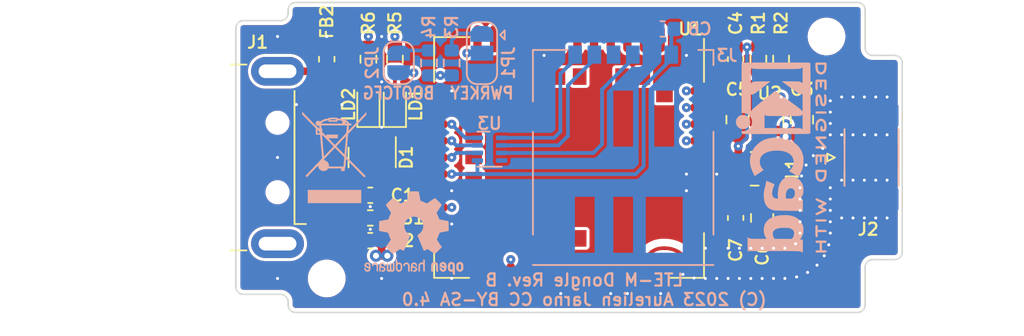
<source format=kicad_pcb>
(kicad_pcb (version 20211014) (generator pcbnew)

  (general
    (thickness 1.606)
  )

  (paper "A4")
  (title_block
    (title "LTE-M Dongle")
    (date "2023-06-27")
    (rev "B")
    (company "Aurelien Jarno <aurelien@aurel32.net>")
    (comment 1 "Licence: CC-BY SA 4.0")
  )

  (layers
    (0 "F.Cu" signal)
    (1 "In1.Cu" signal)
    (2 "In2.Cu" signal)
    (31 "B.Cu" signal)
    (34 "B.Paste" user)
    (35 "F.Paste" user)
    (36 "B.SilkS" user "B.Silkscreen")
    (37 "F.SilkS" user "F.Silkscreen")
    (38 "B.Mask" user)
    (39 "F.Mask" user)
    (40 "Dwgs.User" user "User.Drawings")
    (41 "Cmts.User" user "User.Comments")
    (44 "Edge.Cuts" user)
    (45 "Margin" user)
    (46 "B.CrtYd" user "B.Courtyard")
    (47 "F.CrtYd" user "F.Courtyard")
    (48 "B.Fab" user)
    (49 "F.Fab" user)
  )

  (setup
    (stackup
      (layer "F.SilkS" (type "Top Silk Screen"))
      (layer "F.Paste" (type "Top Solder Paste"))
      (layer "F.Mask" (type "Top Solder Mask") (thickness 0.025))
      (layer "F.Cu" (type "copper") (thickness 0.04))
      (layer "dielectric 1" (type "core") (thickness 0.138) (material "FR4") (epsilon_r 4.3) (loss_tangent 0.02))
      (layer "In1.Cu" (type "copper") (thickness 0.035))
      (layer "dielectric 2" (type "prepreg") (thickness 1.13) (material "FR4") (epsilon_r 4.6) (loss_tangent 0.02))
      (layer "In2.Cu" (type "copper") (thickness 0.035))
      (layer "dielectric 3" (type "core") (thickness 0.138) (material "FR4") (epsilon_r 4.3) (loss_tangent 0.02))
      (layer "B.Cu" (type "copper") (thickness 0.04))
      (layer "B.Mask" (type "Bottom Solder Mask") (thickness 0.025))
      (layer "B.Paste" (type "Bottom Solder Paste"))
      (layer "B.SilkS" (type "Bottom Silk Screen"))
      (copper_finish "None")
      (dielectric_constraints no)
    )
    (pad_to_mask_clearance 0)
    (aux_axis_origin 150 100)
    (pcbplotparams
      (layerselection 0x00010fc_ffffffff)
      (disableapertmacros false)
      (usegerberextensions false)
      (usegerberattributes true)
      (usegerberadvancedattributes true)
      (creategerberjobfile true)
      (svguseinch false)
      (svgprecision 6)
      (excludeedgelayer true)
      (plotframeref false)
      (viasonmask false)
      (mode 1)
      (useauxorigin false)
      (hpglpennumber 1)
      (hpglpenspeed 20)
      (hpglpendiameter 15.000000)
      (dxfpolygonmode true)
      (dxfimperialunits true)
      (dxfusepcbnewfont true)
      (psnegative false)
      (psa4output false)
      (plotreference true)
      (plotvalue true)
      (plotinvisibletext false)
      (sketchpadsonfab false)
      (subtractmaskfromsilk false)
      (outputformat 1)
      (mirror false)
      (drillshape 1)
      (scaleselection 1)
      (outputdirectory "")
    )
  )

  (net 0 "")
  (net 1 "GND")
  (net 2 "+5V")
  (net 3 "VBUS")
  (net 4 "/SIM_VCC")
  (net 5 "Net-(FB2-Pad2)")
  (net 6 "Net-(LD1-Pad2)")
  (net 7 "Net-(J2-Pad1)")
  (net 8 "/USB_D+")
  (net 9 "unconnected-(U1-Pad1)")
  (net 10 "unconnected-(U1-Pad2)")
  (net 11 "unconnected-(U1-Pad3)")
  (net 12 "unconnected-(U1-Pad4)")
  (net 13 "unconnected-(U1-Pad5)")
  (net 14 "unconnected-(U1-Pad6)")
  (net 15 "unconnected-(U1-Pad7)")
  (net 16 "unconnected-(U1-Pad9)")
  (net 17 "unconnected-(U1-Pad10)")
  (net 18 "unconnected-(U1-Pad11)")
  (net 19 "unconnected-(U1-Pad12)")
  (net 20 "unconnected-(U1-Pad14)")
  (net 21 "unconnected-(U1-Pad22)")
  (net 22 "unconnected-(U1-Pad23)")
  (net 23 "unconnected-(U1-Pad28)")
  (net 24 "unconnected-(U1-Pad29)")
  (net 25 "unconnected-(U1-Pad38)")
  (net 26 "Net-(U1-Pad39)")
  (net 27 "unconnected-(U1-Pad43)")
  (net 28 "unconnected-(U1-Pad44)")
  (net 29 "unconnected-(U1-Pad46)")
  (net 30 "unconnected-(U1-Pad47)")
  (net 31 "unconnected-(U1-Pad48)")
  (net 32 "unconnected-(U1-Pad49)")
  (net 33 "unconnected-(U1-Pad50)")
  (net 34 "unconnected-(U1-Pad51)")
  (net 35 "unconnected-(U1-Pad52)")
  (net 36 "unconnected-(U1-Pad53)")
  (net 37 "unconnected-(U1-Pad54)")
  (net 38 "unconnected-(U1-Pad55)")
  (net 39 "unconnected-(U1-Pad56)")
  (net 40 "unconnected-(U1-Pad57)")
  (net 41 "unconnected-(U1-Pad58)")
  (net 42 "unconnected-(U1-Pad59)")
  (net 43 "unconnected-(U1-Pad60)")
  (net 44 "unconnected-(U1-Pad61)")
  (net 45 "unconnected-(U1-Pad62)")
  (net 46 "unconnected-(J3-Pad6)")
  (net 47 "+1V8")
  (net 48 "Net-(LD2-Pad2)")
  (net 49 "+3V8")
  (net 50 "/USB_D-")
  (net 51 "/SIM_RST'")
  (net 52 "/SIM_CLK'")
  (net 53 "/SIM_DATA'")
  (net 54 "/SIM_DATA")
  (net 55 "/SIM_CLK")
  (net 56 "/SIM_RST")
  (net 57 "Net-(C4-Pad2)")
  (net 58 "unconnected-(U1-Pad64)")
  (net 59 "unconnected-(U1-Pad65)")
  (net 60 "unconnected-(U1-Pad68)")
  (net 61 "Net-(L1-Pad1)")
  (net 62 "unconnected-(U2-Pad6)")
  (net 63 "Net-(R3-Pad1)")
  (net 64 "Net-(R6-Pad2)")
  (net 65 "unconnected-(U3-Pad4)")
  (net 66 "Net-(R5-Pad2)")
  (net 67 "Net-(JP2-Pad2)")
  (net 68 "Net-(JP2-Pad1)")

  (footprint "LED_SMD:LED_0603_1608Metric" (layer "F.Cu") (at 136.75 96.5 90))

  (footprint "Package_TO_SOT_SMD:SOT-563" (layer "F.Cu") (at 163.25 97.5 90))

  (footprint "Capacitor_SMD:C_0603_1608Metric" (layer "F.Cu") (at 161 93.5 -90))

  (footprint "Capacitor_SMD:C_0805_2012Metric" (layer "F.Cu") (at 161.125 97.5 90))

  (footprint "Inductor_SMD:L_0603_1608Metric" (layer "F.Cu") (at 136.875 104))

  (footprint "Capacitor_SMD:C_0805_2012Metric" (layer "F.Cu") (at 165.375 97.5 90))

  (footprint "Resistor_SMD:R_0603_1608Metric" (layer "F.Cu") (at 162.5 93.5 90))

  (footprint "LED_SMD:LED_0603_1608Metric" (layer "F.Cu") (at 138.5 96.5 90))

  (footprint "Package_TO_SOT_SMD:SOT-143" (layer "F.Cu") (at 137 100 -90))

  (footprint "Connector_USB:USB_A_CNCTech_1001-011-01101_Horizontal" (layer "F.Cu") (at 123.85 100 180))

  (footprint "kicad:SIM7080G" (layer "F.Cu") (at 150 100 -90))

  (footprint "Resistor_SMD:R_0603_1608Metric" (layer "F.Cu") (at 136.75 93.5 90))

  (footprint "Capacitor_SMD:C_0603_1608Metric" (layer "F.Cu") (at 136.875 102.5))

  (footprint "Capacitor_SMD:C_0805_2012Metric" (layer "F.Cu") (at 162.75 104 -90))

  (footprint "MountingHole:MountingHole_2mm" (layer "F.Cu") (at 134 108))

  (footprint "kicad:SMA_RF-Solutions_CON-SMA-EDGE-S_EdgeMount" (layer "F.Cu") (at 169.75 100))

  (footprint "Capacitor_SMD:C_0603_1608Metric" (layer "F.Cu") (at 136.875 105.5 180))

  (footprint "Inductor_SMD:L_1008_2520Metric" (layer "F.Cu") (at 162.25 100.75 180))

  (footprint "Capacitor_SMD:C_0603_1608Metric" (layer "F.Cu") (at 161 104 -90))

  (footprint "Inductor_SMD:L_0603_1608Metric" (layer "F.Cu") (at 134 93.5 -90))

  (footprint "Resistor_SMD:R_0603_1608Metric" (layer "F.Cu") (at 138.5 93.5 90))

  (footprint "MountingHole:MountingHole_2mm" (layer "F.Cu") (at 167 92))

  (footprint "Resistor_SMD:R_0603_1608Metric" (layer "F.Cu") (at 164 93.5 -90))

  (footprint "Resistor_SMD:R_0603_1608Metric" (layer "B.Cu") (at 142.25 93.75 -90))

  (footprint "Resistor_SMD:R_0603_1608Metric" (layer "B.Cu") (at 140.75 93.75 -90))

  (footprint "Capacitor_SMD:C_0603_1608Metric" (layer "B.Cu") (at 156.175 91.5 180))

  (footprint "Jumper:SolderJumper-2_P1.3mm_Open_RoundedPad1.0x1.5mm" (layer "B.Cu") (at 138.75 93.75 -90))

  (footprint "Symbol:KiCad-Logo2_5mm_SilkScreen" (layer "B.Cu") (at 164 100 -90))

  (footprint "kicad:nanoSIM_GCT_SIM8060-6-0-14-00-A" (layer "B.Cu") (at 153.575 100 180))

  (footprint "Symbol:WEEE-Logo_4.2x6mm_SilkScreen" locked (layer "B.Cu")
    (tedit 0) (tstamp 68ae0f3c-ecf7-4e0a-9906-d3c2ebe8572f)
    (at 134.5 100 180)
    (descr "Waste Electrical and Electronic Equipment Directive")
    (tags "Logo WEEE")
    (attr exclude_from_pos_files exclude_from_bom)
    (fp_text reference "REF**" (at 0 0) (layer "B.SilkS") hide
      (effects (font (size 1 1) (thickness 0.15)) (justify mirror))
      (tstamp 62fc1ded-1774-4a0d-b229-e147073b293f)
    )
    (fp_text value "WEEE-Logo_4.2x6mm_SilkScreen" (at 0.75 0) (layer "B.Fab") hide
      (effects (font (size 1 1) (thickness 0.15)) (justify mirror))
      (tstamp 4515d1b2-62c2-44a2-bee2-734937e9f014)
    )
    (fp_poly (pts
        (xy 2.12443 2.935152)
        (xy 2.123811 2.848069)
        (xy 1.672086 2.389109)
        (xy 1.220361 1.930148)
        (xy 1.220032 1.719529)
        (xy 1.219703 1.508911)
        (xy 0.94461 1.508911)
        (xy 0.937522 1.45547)
        (xy 0.934838 1.431112)
        (xy 0.930313 1.385241)
        (xy 0.924191 1.320595)
        (xy 0.916712 1.239909)
        (xy 0.908119 1.145919)
        (xy 0.898654 1.041363)
        (xy 0.888558 0.928975)
        (xy 0.878074 0.811493)
        (xy 0.867444 0.691652)
        (xy 0.856909 0.572189)
        (xy 0.846713 0.455841)
        (xy 0.837095 0.345343)
        (xy 0.8283 0.243431)
        (xy 0.820568 0.152842)
        (xy 0.814142 0.076313)
        (xy 0.809263 0.016579)
        (xy 0.806175 -0.023624)
        (xy 0.805117 -0.041559)
        (xy 0.805118 -0.041644)
        (xy 0.812827 -0.056035)
        (xy 0.835981 -0.085748)
        (xy 0.874895 -0.131131)
        (xy 0.929884 -0.192529)
        (xy 1.001264 -0.270288)
        (xy 1.089349 -0.364754)
        (xy 1.194454 -0.476272)
        (xy 1.316895 -0.605188)
        (xy 1.35131 -0.641287)
        (xy 1.897137 -1.213416)
        (xy 1.808881 -1.301436)
        (xy 1.737485 -1.223758)
        (xy 1.711366 -1.195686)
        (xy 1.670566 -1.152274)
        (xy 1.617777 -1.096366)
        (xy 1.555691 -1.030808)
        (xy 1.487 -0.958441)
        (xy 1.414396 -0.882112)
        (xy 1.37096 -0.836524)
        (xy 1.289416 -0.751119)
        (xy 1.223504 -0.68271)
        (xy 1.171544 -0.630053)
        (xy 1.131855 -0.591905)
        (xy 1.102757 -0.56702)
        (xy 1.082569 -0.554156)
        (xy 1.06961 -0.552068)
        (xy 1.0622 -0.559513)
        (xy 1.058658 -0.575246)
        (xy 1.057303 -0.598023)
        (xy 1.057121 -0.604239)
        (xy 1.047703 -0.647061)
        (xy 1.024497 -0.698819)
        (xy 0.992136 -0.751328)
        (xy 0.955252 -0.796403)
        (xy 0.940493 -0.810328)
        (xy 0.864767 -0.859047)
        (xy 0.776308 -0.886306)
        (xy 0.6981 -0.892773)
        (xy 0.609468 -0.880576)
        (xy 0.527612 -0.844813)
        (xy 0.455164 -0.786722)
        (xy 0.441797 -0.772262)
        (xy 0.392918 -0.716733)
        (xy -0.452674 -0.716733)
        (xy -0.452674 -0.892773)
        (xy -0.67901 -0.892773)
        (xy -0.67901 -0.810531)
        (xy -0.68185 -0.754386)
        (xy -0.691393 -0.715416)
        (xy -0.702991 -0.694219)
        (xy -0.711277 -0.679052)
        (xy -0.718373 -0.657062)
        (xy -0.724748 -0.624987)
        (xy -0.730872 -0.579569)
        (xy -0.737216 -0.517548)
        (xy -0.74425 -0.435662)
        (xy -0.749066 -0.374746)
        (xy -0.771161 -0.089343)
        (xy -1.313565 -0.638805)
        (xy -1.411637 -0.738228)
        (xy -1.505784 -0.833815)
        (xy -1.594285 -0.92381)
        (xy -1.67542 -1.006457)
        (xy -1.747469 -1.080001)
        (xy -1.808712 -1.142684)
        (xy -1.857427 -1.192752)
        (xy -1.891896 -1.228448)
        (xy -1.910379 -1.247995)
        (xy -1.940743 -1.278944)
        (xy -1.966071 -1.30053)
        (xy -1.979695 -1.307723)
        (xy -1.997095 -1.299297)
        (xy -2.02246 -1.278245)
        (xy -2.031058 -1.269671)
        (xy -2.067514 -1.23162)
        (xy -1.866802 -1.027658)
        (xy -1.815596 -0.975699)
        (xy -1.749569 -0.90882)
        (xy -1.671618 -0.82995)
        (xy -1.584638 -0.742014)
        (xy -1.491526 -0.647941)
        (xy -1.395179 -0.550658)
        (xy -1.298492 -0.453093)
        (xy -1.229134 -0.383145)
        (xy -1.123703 -0.27655)
        (xy -1.035129 -0.186307)
        (xy -0.962281 -0.111192)
        (xy -0.904023 -0.049986)
        (xy -0.859225 -0.001466)
        (xy -0.837021 0.023871)
        (xy -0.658724 0.023871)
        (xy -0.636401 -0.261555)
        (xy -0.629669 -0.345219)
        (xy -0.623157 -0.421727)
        (xy -0.617234 -0.487081)
        (xy -0.612268 -0.537281)
        (xy -0.608629 -0.568329)
        (xy -0.607458 -0.575273)
        (xy -0.600838 -0.603565)
        (xy 0.348636 -0.603565)
        (xy 0.354974 -0.524606)
        (xy 0.37411 -0.431315)
        (xy 0.414154 -0.348791)
        (xy 0.472582 -0.280038)
        (xy 0.546871 -0.228063)
        (xy 0.630252 -0.196863)
        (xy 0.657302 -0.182228)
        (xy 0.670844 -0.150819)
        (xy 0.671128 -0.149434)
        (xy 0.672753 -0.136174)
        (xy 0.670744 -0.122595)
        (xy 0.663142 -0.106181)
        (xy 0.647984 -0.084411)
        (xy 0.623312 -0.054767)
        (xy 0.587164 -0.014732)
        (xy 0.53758 0.038215)
        (xy 0.472599 0.106591)
        (xy 0.468401 0.110995)
        (xy 0.398507 0.184389)
        (xy 0.3242 0.262563)
        (xy 0.250586 0.340136)
        (xy 0.182771 0.411725)
        (xy 0.12586 0.471949)
        (xy 0.113168 0.485413)
        (xy 0.064513 0.53618)
        (xy 0.021291 0.579625)
        (xy -0.013395 0.612759)
        (xy -0.036444 0.632595)
        (xy -0.044182 0.636954)
        (xy -0.055722 0.62783)
        (xy -0.08271 0.6028)
        (xy -0.123021 0.563948)
        (xy -0.174529 0.513357)
        (xy -0.235109 0.453112)
        (xy -0.302636 0.385296)
        (xy -0.357826 0.329435)
        (xy -0.658724 0.023871)
        (xy -0.837021 0.023871)
        (xy -0.826751 0.035589)
        (xy -0.805471 0.062401)
        (xy -0.794251 0.080192)
        (xy -0.791754 0.08843)
        (xy -0.7927 0.10641)
        (xy -0.795573 0.147108)
        (xy -0.800187 0.208181)
        (xy -0.806358 0.287287)
        (xy -0.813898 0.382086)
        (xy -0.822621 0.490233)
        (xy -0.832343 0.609388)
        (xy -0.842876 0.737209)
        (xy -0.851365 0.839365)
        (xy -0.899396 1.415326)
        (xy -0.775805 1.415326)
        (xy -0.775273 1.402896)
        (xy -0.772769 1.36789)
        (xy -0.768496 1.312785)
        (xy -0.762653 1.240057)
        (xy -0.755443 1.152186)
        (xy -0.747066 1.051649)
        (xy -0.737723 0.940923)
        (xy -0.728758 0.835795)
        (xy -0.718602 0.716517)
        (xy -0.709142 0.60392)
        (xy -0.700596 0.500695)
        (xy -0.693179 0.409527)
        (xy -0.687108 0.333105)
        (xy -0.682601 0.274117)
        (xy -0.679873 0.235251)
        (xy -0.679116 0.220156)
        (xy -0.677935 0.210762)
        (xy -0.673256 0.207034)
        (xy -0.663276 0.210529)
        (xy -0.64619 0.222801)
        (xy -0.620196 0.245406)
        (xy -0.58349 0.2799)
        (xy -0.534267 0.327838)
        (xy -0.470726 0.390776)
        (xy -0.403305 0.458032)
        (xy -0.127601 0.733523)
        (xy -0.129533 0.735594)
        (xy 0.05271 0.735594)
        (xy 0.061016 0.72422)
        (xy 0.084267 0.697437)
        (xy 0.120135 0.657708)
        (xy 0.166287 0.607493)
        (xy 0.220394 0.549254)
        (xy 0.280126 0.485453)
        (xy 0.343152 0.418551)
        (xy 0.407142 0.35101)
        (xy 0.469764 0.28529)
        (xy 0.52869 0.223854)
        (xy 0.581588 0.169163)
        (xy 0.626128 0.123678)
        (xy 0.65998 0.089862)
        (xy 0.680812 0.070174)
        (xy 0.686494 0.066163)
        (xy 0.688366 0.079109)
        (xy 0.692254 0.114866)
        (xy 0.697943 0.171196)
        (xy 0.705219 0.24586)
        (xy 0.713869 0.33662)
        (xy 0.723678 0.441238)
        (xy 0.734434 0.557474)
        (xy 0.745921 0.683092)
        (xy 0.755093 0.784382)
        (xy 0.766826 0.915721)
        (xy 0.777665 1.039448)
        (xy 0.78743 1.153319)
        (xy 0.795937 1.255089)
        (xy 0.803005 1.342513)
        (xy 0.808451 1.413347)
        (xy 0.812092 1.465347)
        (xy 0.813747 1.496268)
        (xy 0.813558 1.504297)
        (xy 0.803666 1.497146)
        (xy 0.778476 1.474159)
        (xy 0.74019 1.437561)
        (xy 0.691011 1.389578)
        (xy 0.633139 1.332434)
        (xy 0.568778 1.268353)
        (xy 0.500129 1.199562)
        (xy 0.429395 1.128284)
        (xy 0.358778 1.056745)
        (xy 0.29048 0.98717)
        (xy 0.226704 0.921783)
        (xy 0.16965 0.862809)
        (xy 0.121522 0.812473)
        (xy 0.084522 0.773001)
        (xy 0.060852 0.746617)
        (xy 0.05271 0.735594)
        (xy -0.129533 0.735594)
        (xy -0.230409 0.843705)
        (xy -0.282768 0.899623)
        (xy -0.341535 0.962052)
        (xy -0.404385 1.028557)
        (xy -0.468995 1.096702)
        (xy -0.533042 1.164052)
        (xy -0.594203 1.228172)
        (xy -0.650153 1.286628)
        (xy -0.69857 1.336982)
        (xy -0.73713 1.376802)
        (xy -0.763509 1.40365)
        (xy -0.775384 1.415092)
        (xy -0.775805 1.415326)
        (xy -0.899396 1.415326)
        (xy -0.911401 1.559274)
        (xy -1.511938 2.190842)
        (xy -2.112475 2.822411)
        (xy -2.112034 2.910685)
        (xy -2.111592 2.99896)
        (xy -2.014583 2.895334)
        (xy -1.960291 2.837537)
        (xy -1.896192 2.769632)
        (xy -1.824016 2.693428)
        (xy -1.745492 2.610731)
        (xy -1.662349 2.523347)
        (xy -1.576319 2.433085)
        (xy -1.48913 2.34175)
        (xy -1.402513 2.251151)
        (xy -1.318197 2.163093)
        (xy -1.237912 2.079385)
        (xy -1.163387 2.001833)
        (xy -1.096354 1.932243)
        (xy -1.038541 1.872424)
        (xy -0.991679 1.824182)
        (xy -0.957496 1.789324)
        (xy -0.937724 1.769657)
        (xy -0.93339 1.765884)
        (xy -0.933092 1.779008)
        (xy -0.934731 1.812611)
        (xy -0.938023 1.86212)
        (xy -0.942682 1.922963)
        (xy -0.944682 1.947268)
        (xy -0.959577 2.125049)
        (xy -0.842955 2.125049)
        (xy -0.836934 2.096757)
        (xy -0.833863 2.074382)
        (xy -0.829548 2.032283)
        (xy -0.824488 1.975822)
        (xy -0.819181 1.910365)
        (xy -0.817344 1.886138)
        (xy -0.811927 1.816579)
        (xy -0.806459 1.751982)
        (xy -0.801488 1.698452)
        (xy -0.797561 1.66209)
        (xy -0.796675 1.655491)
        (xy -0.793334 1.641944)
        (xy -0.786101 1.626086)
        (xy -0.77344 1.606139)
        (xy -0.753811 1.580327)
        (xy -0.725678 1.546871)
        (xy -0.687502 1.503993)
        (xy -0.637746 1.449917)
        (xy -0.574871 1.382864)
        (xy -0.497341 1.301057)
        (xy -0.418251 1.21805)
        (xy -0.339564 1.135906)
        (xy -0.266112 1.059831)
        (xy -0.199724 0.991675)
        (xy -0.142227 0.933288)
        (xy -0.095451 0.886519)
        (xy -0.061224 0.853218)
        (xy -0.041373 0.835233)
        (xy -0.03714 0.832558)
        (xy -0.026003 0.842259)
        (xy 0.000029 0.867559)
        (xy 0.03843 0.905918)
        (xy 0.086672 0.9548)
        (xy 0.14223 1.011666)
        (xy 0.182408 1.053094)
        (xy 0.392169 1.27)
        (xy -0.226337 1.27)
        (xy -0.226337 1.508911)
        (xy 0.528119 1.508911)
        (xy 0.528119 1.402458)
        (xy 0.666435 1.540346)
        (xy 0.764553 1.63816)
        (xy 0.955643 1.63816)
        (xy 0.957471 1.62273)
        (xy 0.966723 1.614133)
        (xy 0.98905 1.610387)
        (xy 1.030105 1.609511)
        (xy 1.037376 1.609505)
        (xy 1.119109 1.609505)
        (xy 1.119109 1.828828)
        (xy 1.037376 1.747821)
        (xy 0.99127 1.698572)
        (xy 0.963694 1.660841)
        (xy 0.955643 1.63816)
        (xy 0.764553 1.63816)
        (xy 0.804752 1.678234)
        (xy 0.804752 1.801048)
        (xy 0.805137 1.85755)
        (xy 0.8069 1.893495)
        (xy 0.81095 1.91347)
        (xy 0.818199 1.922063)
        (xy 0.82913 1.923861)
        (xy 0.841288 1.926502)
        (xy 0.850273 1.937088)
        (xy 0.857174 1.959619)
        (xy 0.863076 1.998091)
        (xy 0.869065 2.056502)
        (xy 0.870987 2.077896)
        (xy 0.875148 2.125049)
        (xy -0.842955 2.125049)
        (xy -0.959577 2.125049)
        (xy -1.119109 2.125049)
        (xy -1.119109 2.238218)
        (xy -1.051314 2.238218)
        (xy -1.011662 2.239304)
        (xy -0.990116 2.244546)
        (xy -0.98748 2.247666)
        (xy -0.848616 2.247666)
        (xy -0.841308 2.240538)
        (xy -0.815993 2.238338)
        (xy -0.798908 2.238218)
        (xy -0.741881 2.238218)
        (xy -0.529221 2.238218)
        (xy 0.885302 2.238218)
        (xy 0.837458 2.287214)
        (xy 0.76315 2.347676)
        (xy 0.671184 2.394309)
        (xy 0.560002 2.427751)
        (xy 0.449529 2.446247)
        (xy 0.377227 2.454878)
        (xy 0.377227 2.36396)
        (xy -0.201188 2.36396)
        (xy -0.201188 2.467107)
        (xy -0.286065 2.458504)
        (xy -0.345368 2.451244)
        (xy -0.408551 2.441621)
        (xy -0.446386 2.434748)
        (xy -0.521832 2.419593)
        (xy -0.525526 2.328905)
        (xy -0.529221 2.238218)
        (xy -0.741881 2.238218)
        (xy -0.741881 2.288515)
        (xy -0.743544 2.320024)
        (xy -0.747697 2.337537)
        (xy -0.749371 2.338812)
        (xy -0.767987 2.330746)
        (xy -0.795183 2.31118)
        (xy -0.822448 2.287056)
        (xy -0.841267 2.265318)
        (xy -0.842943 2.262492)
        (xy -0.848616 2.247666)
        (xy -0.98748 2.247666)
        (xy -0.979662 2.256919)
        (xy -0.975442 2.270396)
        (xy -0.958219 2.305373)
        (xy -0.925138 2.347421)
        (xy -0.881893 2.390644)
        (xy -0.834174 2.429146)
        (xy -0.80283 2.449199)
        (xy -0.767123 2.471149)
        (xy -0.748819 2.489589)
        (xy -0.742388 2.511332)
 
... [527094 chars truncated]
</source>
